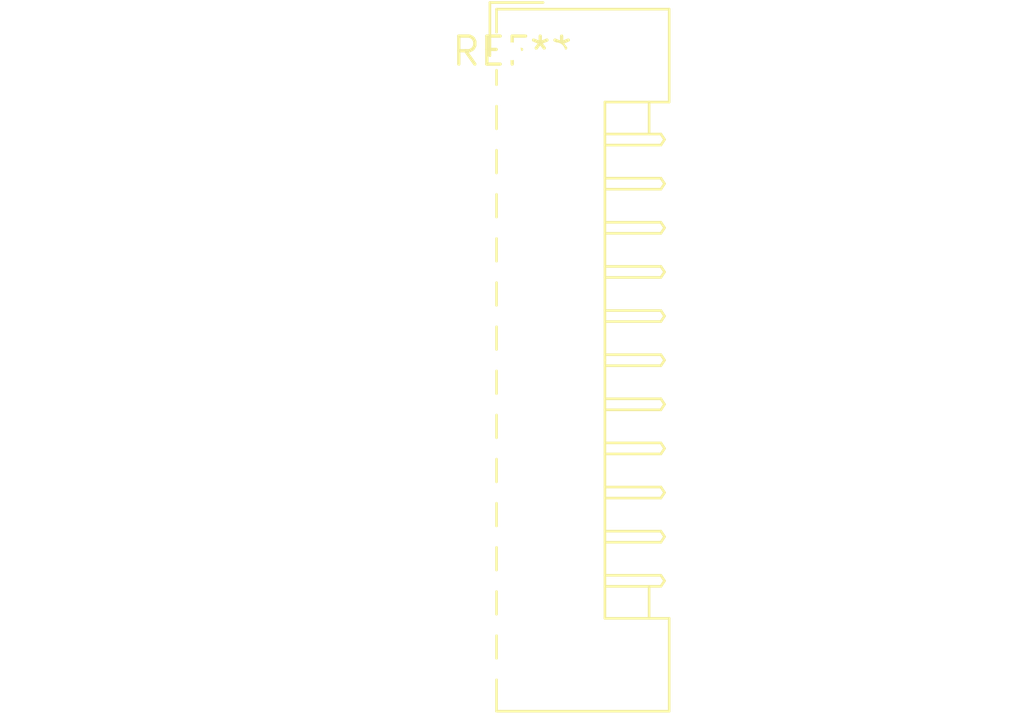
<source format=kicad_pcb>
(kicad_pcb (version 20240108) (generator pcbnew)
  (layers (0 "F.Cu" signal) (31 "B.Cu" signal) (34 "B.Paste" user) (35 "F.Paste" user) (36 "B.SilkS" user "B.Silkscreen") (37 "F.SilkS" user "F.Silkscreen") (38 "B.Mask" user) (39 "F.Mask" user) (44 "Edge.Cuts" user))
  (net 0 "")
  (footprint "JAE_LY20-30P-DLT1_2x15_P2.00mm_Horizontal" (layer "F.Cu") (at 0 0)
    (property "Reference" "REF**")
    (property "Value" "JAE_LY20-30P-DLT1_2x15_P2.00mm_Horizontal")
    (fp_line (start -1.01 -2.21) (end -1.01 0.2) (layer "F.SilkS") (stroke (width 0.12)))
    (fp_line (start -0.71 -1.91) (end -0.71 -0.86) (layer "F.SilkS") (stroke (width 0.12)))
    (fp_line (start -0.71 -1.91) (end 7.11 -1.91) (layer "F.SilkS") (stroke (width 0.12)))
    (fp_line (start -0.71 0.86) (end -0.71 1.514717) (layer "F.SilkS") (stroke (width 0.12)))
    (fp_line (start -0.71 2.485283) (end -0.71 3.514717) (layer "F.SilkS") (stroke (width 0.12)))
    (fp_line (start -0.71 4.485283) (end -0.71 5.514717) (layer "F.SilkS") (stroke (width 0.12)))
    (fp_line (start -0.71 6.485283) (end -0.71 7.514717) (layer "F.SilkS") (stroke (width 0.12)))
    (fp_line (start -0.71 8.485283) (end -0.71 9.514717) (layer "F.SilkS") (stroke (width 0.12)))
    (fp_line (start -0.71 10.485283) (end -0.71 11.514717) (layer "F.SilkS") (stroke (width 0.12)))
    (fp_line (start -0.71 12.485283) (end -0.71 13.514717) (layer "F.SilkS") (stroke (width 0.12)))
    (fp_line (start -0.71 14.485283) (end -0.71 15.514717) (layer "F.SilkS") (stroke (width 0.12)))
    (fp_line (start -0.71 16.485283) (end -0.71 17.514717) (layer "F.SilkS") (stroke (width 0.12)))
    (fp_line (start -0.71 18.485283) (end -0.71 19.514717) (layer "F.SilkS") (stroke (width 0.12)))
    (fp_line (start -0.71 20.485283) (end -0.71 21.514717) (layer "F.SilkS") (stroke (width 0.12)))
    (fp_line (start -0.71 22.485283) (end -0.71 23.514717) (layer "F.SilkS") (stroke (width 0.12)))
    (fp_line (start -0.71 24.485283) (end -0.71 25.514717) (layer "F.SilkS") (stroke (width 0.12)))
    (fp_line (start -0.71 26.485283) (end -0.71 27.514717) (layer "F.SilkS") (stroke (width 0.12)))
    (fp_line (start -0.71 28.485283) (end -0.71 29.91) (layer "F.SilkS") (stroke (width 0.12)))
    (fp_line (start -0.71 29.91) (end 7.11 29.91) (layer "F.SilkS") (stroke (width 0.12)))
    (fp_line (start 1.4 -2.21) (end -1.01 -2.21) (layer "F.SilkS") (stroke (width 0.12)))
    (fp_line (start 4.2 2.3) (end 4.2 14) (layer "F.SilkS") (stroke (width 0.12)))
    (fp_line (start 4.2 3.75) (end 6.733333 3.75) (layer "F.SilkS") (stroke (width 0.12)))
    (fp_line (start 4.2 5.75) (end 6.733333 5.75) (layer "F.SilkS") (stroke (width 0.12)))
    (fp_line (start 4.2 7.75) (end 6.733333 7.75) (layer "F.SilkS") (stroke (width 0.12)))
    (fp_line (start 4.2 9.75) (end 6.733333 9.75) (layer "F.SilkS") (stroke (width 0.12)))
    (fp_line (start 4.2 11.75) (end 6.733333 11.75) (layer "F.SilkS") (stroke (width 0.12)))
    (fp_line (start 4.2 13.75) (end 6.733333 13.75) (layer "F.SilkS") (stroke (width 0.12)))
    (fp_line (start 4.2 15.75) (end 6.733333 15.75) (layer "F.SilkS") (stroke (width 0.12)))
    (fp_line (start 4.2 17.75) (end 6.733333 17.75) (layer "F.SilkS") (stroke (width 0.12)))
    (fp_line (start 4.2 19.75) (end 6.733333 19.75) (layer "F.SilkS") (stroke (width 0.12)))
    (fp_line (start 4.2 21.75) (end 6.733333 21.75) (layer "F.SilkS") (stroke (width 0.12)))
    (fp_line (start 4.2 23.75) (end 6.733333 23.75) (layer "F.SilkS") (stroke (width 0.12)))
    (fp_line (start 4.2 25.7) (end 4.2 14) (layer "F.SilkS") (stroke (width 0.12)))
    (fp_line (start 6.2 2.3) (end 6.2 3.75) (layer "F.SilkS") (stroke (width 0.12)))
    (fp_line (start 6.2 25.7) (end 6.2 24.25) (layer "F.SilkS") (stroke (width 0.12)))
    (fp_line (start 6.733333 3.75) (end 6.9 4) (layer "F.SilkS") (stroke (width 0.12)))
    (fp_line (start 6.733333 4.25) (end 4.2 4.25) (layer "F.SilkS") (stroke (width 0.12)))
    (fp_line (start 6.733333 5.75) (end 6.9 6) (layer "F.SilkS") (stroke (width 0.12)))
    (fp_line (start 6.733333 6.25) (end 4.2 6.25) (layer "F.SilkS") (stroke (width 0.12)))
    (fp_line (start 6.733333 7.75) (end 6.9 8) (layer "F.SilkS") (stroke (width 0.12)))
    (fp_line (start 6.733333 8.25) (end 4.2 8.25) (layer "F.SilkS") (stroke (width 0.12)))
    (fp_line (start 6.733333 9.75) (end 6.9 10) (layer "F.SilkS") (stroke (width 0.12)))
    (fp_line (start 6.733333 10.25) (end 4.2 10.25) (layer "F.SilkS") (stroke (width 0.12)))
    (fp_line (start 6.733333 11.75) (end 6.9 12) (layer "F.SilkS") (stroke (width 0.12)))
    (fp_line (start 6.733333 12.25) (end 4.2 12.25) (layer "F.SilkS") (stroke (width 0.12)))
    (fp_line (start 6.733333 13.75) (end 6.9 14) (layer "F.SilkS") (stroke (width 0.12)))
    (fp_line (start 6.733333 14.25) (end 4.2 14.25) (layer "F.SilkS") (stroke (width 0.12)))
    (fp_line (start 6.733333 15.75) (end 6.9 16) (layer "F.SilkS") (stroke (width 0.12)))
    (fp_line (start 6.733333 16.25) (end 4.2 16.25) (layer "F.SilkS") (stroke (width 0.12)))
    (fp_line (start 6.733333 17.75) (end 6.9 18) (layer "F.SilkS") (stroke (width 0.12)))
    (fp_line (start 6.733333 18.25) (end 4.2 18.25) (layer "F.SilkS") (stroke (width 0.12)))
    (fp_line (start 6.733333 19.75) (end 6.9 20) (layer "F.SilkS") (stroke (width 0.12)))
    (fp_line (start 6.733333 20.25) (end 4.2 20.25) (layer "F.SilkS") (stroke (width 0.12)))
    (fp_line (start 6.733333 21.75) (end 6.9 22) (layer "F.SilkS") (stroke (width 0.12)))
    (fp_line (start 6.733333 22.25) (end 4.2 22.25) (layer "F.SilkS") (stroke (width 0.12)))
    (fp_line (start 6.733333 23.75) (end 6.9 24) (layer "F.SilkS") (stroke (width 0.12)))
    (fp_line (start 6.733333 24.25) (end 4.2 24.25) (layer "F.SilkS") (stroke (width 0.12)))
    (fp_line (start 6.9 4) (end 6.733333 4.25) (layer "F.SilkS") (stroke (width 0.12)))
    (fp_line (start 6.9 6) (end 6.733333 6.25) (layer "F.SilkS") (stroke (width 0.12)))
    (fp_line (start 6.9 8) (end 6.733333 8.25) (layer "F.SilkS") (stroke (width 0.12)))
    (fp_line (start 6.9 10) (end 6.733333 10.25) (layer "F.SilkS") (stroke (width 0.12)))
    (fp_line (start 6.9 12) (end 6.733333 12.25) (layer "F.SilkS") (stroke (width 0.12)))
    (fp_line (start 6.9 14) (end 6.733333 14.25) (layer "F.SilkS") (stroke (width 0.12)))
    (fp_line (start 6.9 16) (end 6.733333 16.25) (layer "F.SilkS") (stroke (width 0.12)))
    (fp_line (start 6.9 18) (end 6.733333 18.25) (layer "F.SilkS") (stroke (width 0.12)))
    (fp_line (start 6.9 20) (end 6.733333 20.25) (layer "F.SilkS") (stroke (width 0.12)))
    (fp_line (start 6.9 22) (end 6.733333 22.25) (layer "F.SilkS") (stroke (width 0.12)))
    (fp_line (start 6.9 24) (end 6.733333 24.25) (layer "F.SilkS") (stroke (width 0.12)))
    (fp_line (start 7.11 -1.91) (end 7.11 2.3) (layer "F.SilkS") (stroke (width 0.12)))
    (fp_line (start 7.11 2.3) (end 4.2 2.3) (layer "F.SilkS") (stroke (width 0.12)))
    (fp_line (start 7.11 25.7) (end 4.2 25.7) (layer "F.SilkS") (stroke (width 0.12)))
    (fp_line (start 7.11 29.91) (end 7.11 25.7) (layer "F.SilkS") (stroke (width 0.12)))
    (pad "a1" thru_hole roundrect (at 0 0) (size 1.2 1.2) (drill 0.8) (layers *.Cu *.Mask) (remove_unused_layers) (roundrect_rratio 0.208333))
    (pad "a2" thru_hole circle (at 0 2) (size 1.2 1.2) (drill 0.8) (layers *.Cu *.Mask) (remove_unused_layers))
    (pad "a3" thru_hole circle (at 0 4) (size 1.2 1.2) (drill 0.8) (layers *.Cu *.Mask) (remove_unused_layers))
    (pad "a4" thru_hole circle (at 0 6) (size 1.2 1.2) (drill 0.8) (layers *.Cu *.Mask) (remove_unused_layers))
    (pad "a5" thru_hole circle (at 0 8) (size 1.2 1.2) (drill 0.8) (layers *.Cu *.Mask) (remove_unused_layers))
    (pad "a6" thru_hole circle (at 0 10) (size 1.2 1.2) (drill 0.8) (layers *.Cu *.Mask) (remove_unused_layers))
    (pad "a7" thru_hole circle (at 0 12) (size 1.2 1.2) (drill 0.8) (layers *.Cu *.Mask) (remove_unused_layers))
    (pad "a8" thru_hole circle (at 0 14) (size 1.2 1.2) (drill 0.8) (layers *.Cu *.Mask) (remove_unused_layers))
    (pad "a9" thru_hole circle (at 0 16) (size 1.2 1.2) (drill 0.8) (layers *.Cu *.Mask) (remove_unused_layers))
    (pad "a10" thru_hole circle (at 0 18) (size 1.2 1.2) (drill 0.8) (layers *.Cu *.Mask) (remove_unused_layers))
    (pad "a11" thru_hole circle (at 0 20) (size 1.2 1.2) (drill 0.8) (layers *.Cu *.Mask) (remove_unused_layers))
    (pad "a12" thru_hole circle (at 0 22) (size 1.2 1.2) (drill 0.8) (layers *.Cu *.Mask) (remove_unused_layers))
    (pad "a13" thru_hole circle (at 0 24) (size 1.2 1.2) (drill 0.8) (layers *.Cu *.Mask) (remove_unused_layers))
    (pad "a14" thru_hole circle (at 0 26) (size 1.2 1.2) (drill 0.8) (layers *.Cu *.Mask) (remove_unused_layers))
    (pad "a15" thru_hole circle (at 0 28) (size 1.2 1.2) (drill 0.8) (layers *.Cu *.Mask) (remove_unused_layers))
    (pad "b1" thru_hole circle (at 2 0) (size 1.2 1.2) (drill 0.8) (layers *.Cu *.Mask) (remove_unused_layers))
    (pad "b2" thru_hole circle (at 2 2) (size 1.2 1.2) (drill 0.8) (layers *.Cu *.Mask) (remove_unused_layers))
    (pad "b3" thru_hole circle (at 2 4) (size 1.2 1.2) (drill 0.8) (layers *.Cu *.Mask) (remove_unused_layers))
    (pad "b4" thru_hole circle (at 2 6) (size 1.2 1.2) (drill 0.8) (layers *.Cu *.Mask) (remove_unused_layers))
    (pad "b5" thru_hole circle (at 2 8) (size 1.2 1.2) (drill 0.8) (layers *.Cu *.Mask) (remove_unused_layers))
    (pad "b6" thru_hole circle (at 2 10) (size 1.2 1.2) (drill 0.8) (layers *.Cu *.Mask) (remove_unused_layers))
    (pad "b7" thru_hole circle (at 2 12) (size 1.2 1.2) (drill 0.8) (layers *.Cu *.Mask) (remove_unused_layers))
    (pad "b8" thru_hole circle (at 2 14) (size 1.2 1.2) (drill 0.8) (layers *.Cu *.Mask) (remove_unused_layers))
    (pad "b9" thru_hole circle (at 2 16) (size 1.2 1.2) (drill 0.8) (layers *.Cu *.Mask) (remove_unused_layers))
    (pad "b10" thru_hole circle (at 2 18) (size 1.2 1.2) (drill 0.8) (layers *.Cu *.Mask) (remove_unused_layers))
    (pad "b11" thru_hole circle (at 2 20) (size 1.2 1.2) (drill 0.8) (layers *.Cu *.Mask) (remove_unused_layers))
    (pad "b12" thru_hole circle (at 2 22) (size 1.2 1.2) (drill 0.8) (layers *.Cu *.Mask) (remove_unused_layers))
    (pad "b13" thru_hole circle (at 2 24) (size 1.2 1.2) (drill 0.8) (layers *.Cu *.Mask) (remove_unused_layers))
    (pad "b14" thru_hole circle (at 2 26) (size 1.2 1.2) (drill 0.8) (layers *.Cu *.Mask) (remove_unused_layers))
    (pad "b15" thru_hole circle (at 2 28) (size 1.2 1.2) (drill 0.8) (layers *.Cu *.Mask) (remove_unused_layers))
  )
)
</source>
